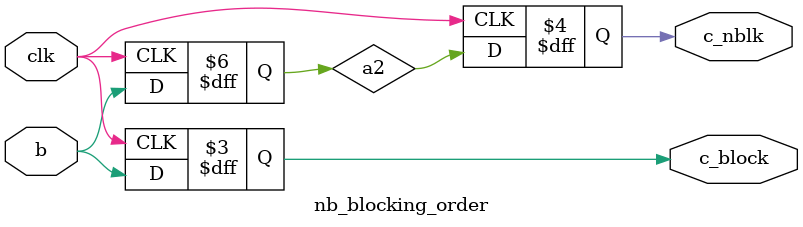
<source format=v>
module nb_blocking_order (
    input  clk,
    input  b,
    output reg c_block,
    output reg c_nblk
);
    reg a1, a2;

    initial begin
        a1 = 1'b0; a2 = 1'b0;
        c_block = 1'b0; c_nblk = 1'b0;
    end

    always @(posedge clk) begin

        a1 = b;
        c_block = a1;

        // TODO : assign b to a2 in non-blocking assignment
        
        a2 <= b;
        c_nblk =  a2;
    end
endmodule

</source>
